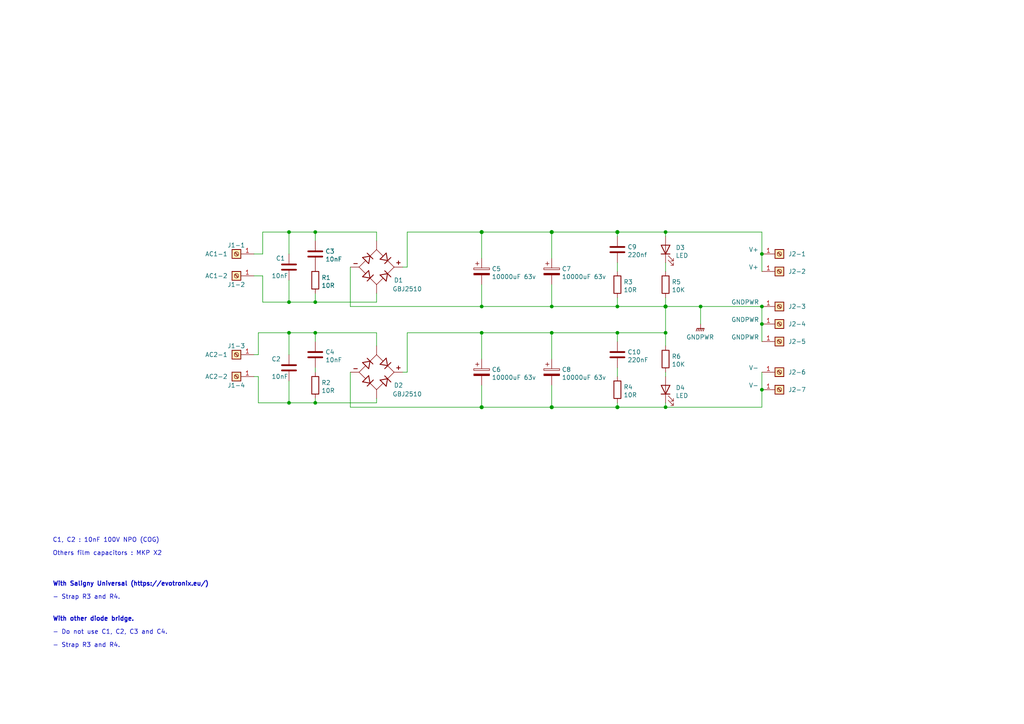
<source format=kicad_sch>
(kicad_sch (version 20231120) (generator "eeschema") (generator_version "8.0")
  (paper "A4")
  (title_block (title "Q17 Power Supply Universal") (date "2024-08-09") (rev "1.1") (company "by stef"))
  (lib_symbols
    (symbol "Bridge_GBJ:GBJ2510" (pin_numbers hide) (pin_names (offset 1.016))
      (property "Reference" "D" (at 5.08 5.08 0))
      (property "Value" "GBJ2510" (at 5.08 -7.62 0))
      (symbol "GBJ2510_0_0"
        (polyline (pts (xy -6.858 1.27) (xy -5.842 1.27)) (stroke (width 0.254)))
        (polyline (pts (xy -6.35 0.762) (xy -6.35 1.778)) (stroke (width 0.254)))
        (polyline (pts (xy -5.08 0) (xy -3.175 -1.905)) (stroke (width 0.1524)))
        (polyline (pts (xy -3.175 -1.905) (xy -2.794 -4.064)) (stroke (width 0.254)))
        (polyline (pts (xy -3.175 -1.905) (xy -1.016 -2.286)) (stroke (width 0.254)))
        (polyline (pts (xy -3.175 1.905) (xy -5.08 0)) (stroke (width 0.1524)))
        (polyline (pts (xy -3.175 1.905) (xy -2.794 4.064)) (stroke (width 0.254)))
        (polyline (pts (xy -3.175 1.905) (xy -1.016 2.286)) (stroke (width 0.254)))
        (polyline (pts (xy -2.3622 -1.0668) (xy -4.1402 -2.8448)) (stroke (width 0.254)))
        (polyline (pts (xy -2.3622 1.016) (xy -4.1402 2.794)) (stroke (width 0.254)))
        (polyline (pts (xy -1.016 -2.286) (xy -2.794 -4.064)) (stroke (width 0.254)))
        (polyline (pts (xy -1.016 2.286) (xy -2.794 4.064)) (stroke (width 0.254)))
        (polyline (pts (xy 0 -5.08) (xy -1.8034 -3.2766)) (stroke (width 0.1524)))
        (polyline (pts (xy 0 -5.08) (xy 1.905 -3.175)) (stroke (width 0.1524)))
        (polyline (pts (xy 0 5.08) (xy -1.8034 3.2766)) (stroke (width 0.1524)))
        (polyline (pts (xy 1.905 -3.175) (xy 2.286 -1.016)) (stroke (width 0.254)))
        (polyline (pts (xy 1.905 -3.175) (xy 4.064 -2.794)) (stroke (width 0.254)))
        (polyline (pts (xy 1.905 3.175) (xy 0 5.08)) (stroke (width 0.1524)))
        (polyline (pts (xy 1.905 3.175) (xy 2.286 1.016)) (stroke (width 0.254)))
        (polyline (pts (xy 1.905 3.175) (xy 4.064 2.794)) (stroke (width 0.254)))
        (polyline (pts (xy 2.7178 -4.0386) (xy 0.9398 -2.2606)) (stroke (width 0.254)))
        (polyline (pts (xy 2.7178 4.0386) (xy 1.0668 2.3876)) (stroke (width 0.254)))
        (polyline (pts (xy 3.2766 -1.8034) (xy 5.08 0)) (stroke (width 0.1524)))
        (polyline (pts (xy 4.064 -2.794) (xy 2.286 -1.016)) (stroke (width 0.254)))
        (polyline (pts (xy 4.064 2.794) (xy 2.286 1.016)) (stroke (width 0.254)))
        (polyline (pts (xy 5.08 0) (xy 3.2766 1.8034)) (stroke (width 0.1524)))
        (polyline (pts (xy 5.588 1.016) (xy 6.604 1.016)) (stroke (width 0.254)))
        (pin passive line (at -7.62 0 0) (length 2.54) (name "~") (number "1"))
        (pin passive line (at 0 7.62 270) (length 2.54) (name "~") (number "2"))
        (pin passive line (at 0 -7.62 90) (length 2.54) (name "~") (number "3"))
        (pin passive line (at 7.62 0 180) (length 2.54) (name "~") (number "4"))
      )
    )
    (symbol "Connector:Screw_Terminal_01x01" (pin_names (offset 1.016) hide)
      (property "Reference" "J" (at 0 2.54 0))
      (property "Value" "Screw_Terminal_01x01" (at 0 -2.54 0))
      (symbol "Screw_Terminal_01x01_1_1"
        (rectangle (start -1.27 1.27) (end 1.27 -1.27) (stroke (width 0.254)) (fill (type background)))
        (polyline (pts (xy -0.5334 0.3302) (xy 0.3302 -0.508)) (stroke (width 0.1524)))
        (polyline (pts (xy -0.3556 0.508) (xy 0.508 -0.3302)) (stroke (width 0.1524)))
        (circle (center 0 0) (radius 0.635) (stroke (width 0.1524)))
        (pin passive line (at -5.08 0 0) (length 3.81) (name "Pin_1") (number "1"))
      )
    )
    (symbol "Device:C" (pin_numbers hide) (pin_names (offset 0.254))
      (property "Reference" "C" (at 0.635 2.54 0))
      (property "Value" "C" (at 0.635 -2.54 0))
      (symbol "C_0_1"
        (polyline (pts (xy -2.032 -0.762) (xy 2.032 -0.762)) (stroke (width 0.508)))
        (polyline (pts (xy -2.032 0.762) (xy 2.032 0.762)) (stroke (width 0.508)))
      )
      (symbol "C_1_1"
        (pin passive line (at 0 3.81 270) (length 2.794) (name "~") (number "1"))
        (pin passive line (at 0 -3.81 90) (length 2.794) (name "~") (number "2"))
      )
    )
    (symbol "Device:C_Polarized" (pin_numbers hide) (pin_names (offset 0.254))
      (property "Reference" "C" (at 0.635 2.54 0))
      (property "Value" "C_Polarized" (at 0.635 -2.54 0))
      (symbol "C_Polarized_0_1"
        (rectangle (start -2.286 0.508) (end 2.286 1.016))
        (polyline (pts (xy -1.778 2.286) (xy -0.762 2.286)))
        (polyline (pts (xy -1.27 2.794) (xy -1.27 1.778)))
        (rectangle (start 2.286 -0.508) (end -2.286 -1.016) (fill (type outline)))
      )
      (symbol "C_Polarized_1_1"
        (pin passive line (at 0 3.81 270) (length 2.794) (name "~") (number "1"))
        (pin passive line (at 0 -3.81 90) (length 2.794) (name "~") (number "2"))
      )
    )
    (symbol "Device:LED" (pin_numbers hide) (pin_names (offset 1.016) hide)
      (property "Reference" "D" (at 0 2.54 0))
      (property "Value" "LED" (at 0 -2.54 0))
      (symbol "LED_0_1"
        (polyline (pts (xy -1.27 -1.27) (xy -1.27 1.27)) (stroke (width 0.254)))
        (polyline (pts (xy -1.27 0) (xy 1.27 0)))
        (polyline (pts (xy 1.27 -1.27) (xy 1.27 1.27) (xy -1.27 0) (xy 1.27 -1.27)) (stroke (width 0.254)))
        (polyline (pts (xy -3.048 -0.762) (xy -4.572 -2.286) (xy -3.81 -2.286) (xy -4.572 -2.286) (xy -4.572 -1.524)))
        (polyline (pts (xy -1.778 -0.762) (xy -3.302 -2.286) (xy -2.54 -2.286) (xy -3.302 -2.286) (xy -3.302 -1.524)))
      )
      (symbol "LED_1_1"
        (pin passive line (at -3.81 0 0) (length 2.54) (name "K") (number "1"))
        (pin passive line (at 3.81 0 180) (length 2.54) (name "A") (number "2"))
      )
    )
    (symbol "Device:R" (pin_numbers hide) (pin_names (offset 0))
      (property "Reference" "R" (at 2.032 0 90))
      (property "Value" "R" (at 0 0 90))
      (symbol "R_0_1"
        (rectangle (start -1.016 -2.54) (end 1.016 2.54) (stroke (width 0.254)))
      )
      (symbol "R_1_1"
        (pin passive line (at 0 3.81 270) (length 1.27) (name "~") (number "1"))
        (pin passive line (at 0 -3.81 90) (length 1.27) (name "~") (number "2"))
      )
    )
    (symbol "GBJ2510_1" (pin_numbers hide) (pin_names (offset 1.016))
      (property "Reference" "D" (at 5.08 5.08 0))
      (property "Value" "GBJ2510" (at 5.08 -7.62 0))
      (symbol "GBJ2510_1_0_0"
        (polyline (pts (xy -6.858 1.27) (xy -5.842 1.27)) (stroke (width 0.254)))
        (polyline (pts (xy -6.35 0.762) (xy -6.35 1.778)) (stroke (width 0.254)))
        (polyline (pts (xy -5.08 0) (xy -3.175 -1.905)) (stroke (width 0.1524)))
        (polyline (pts (xy -3.175 -1.905) (xy -2.794 -4.064)) (stroke (width 0.254)))
        (polyline (pts (xy -3.175 -1.905) (xy -1.016 -2.286)) (stroke (width 0.254)))
        (polyline (pts (xy -3.175 1.905) (xy -5.08 0)) (stroke (width 0.1524)))
        (polyline (pts (xy -3.175 1.905) (xy -2.794 4.064)) (stroke (width 0.254)))
        (polyline (pts (xy -3.175 1.905) (xy -1.016 2.286)) (stroke (width 0.254)))
        (polyline (pts (xy -2.3622 -1.0668) (xy -4.1402 -2.8448)) (stroke (width 0.254)))
        (polyline (pts (xy -2.3622 1.016) (xy -4.1402 2.794)) (stroke (width 0.254)))
        (polyline (pts (xy -1.016 -2.286) (xy -2.794 -4.064)) (stroke (width 0.254)))
        (polyline (pts (xy -1.016 2.286) (xy -2.794 4.064)) (stroke (width 0.254)))
        (polyline (pts (xy 0 -5.08) (xy -1.8034 -3.2766)) (stroke (width 0.1524)))
        (polyline (pts (xy 0 -5.08) (xy 1.905 -3.175)) (stroke (width 0.1524)))
        (polyline (pts (xy 0 5.08) (xy -1.8034 3.2766)) (stroke (width 0.1524)))
        (polyline (pts (xy 1.905 -3.175) (xy 2.286 -1.016)) (stroke (width 0.254)))
        (polyline (pts (xy 1.905 -3.175) (xy 4.064 -2.794)) (stroke (width 0.254)))
        (polyline (pts (xy 1.905 3.175) (xy 0 5.08)) (stroke (width 0.1524)))
        (polyline (pts (xy 1.905 3.175) (xy 2.286 1.016)) (stroke (width 0.254)))
        (polyline (pts (xy 1.905 3.175) (xy 4.064 2.794)) (stroke (width 0.254)))
        (polyline (pts (xy 2.7178 -4.0386) (xy 0.9398 -2.2606)) (stroke (width 0.254)))
        (polyline (pts (xy 2.7178 4.0386) (xy 1.0668 2.3876)) (stroke (width 0.254)))
        (polyline (pts (xy 3.2766 -1.8034) (xy 5.08 0)) (stroke (width 0.1524)))
        (polyline (pts (xy 4.064 -2.794) (xy 2.286 -1.016)) (stroke (width 0.254)))
        (polyline (pts (xy 4.064 2.794) (xy 2.286 1.016)) (stroke (width 0.254)))
        (polyline (pts (xy 5.08 0) (xy 3.2766 1.8034)) (stroke (width 0.1524)))
        (polyline (pts (xy 5.588 1.016) (xy 6.604 1.016)) (stroke (width 0.254)))
        (pin passive line (at -7.62 0 0) (length 2.54) (name "~") (number "1"))
        (pin passive line (at 0 7.62 270) (length 2.54) (name "~") (number "2"))
        (pin passive line (at 0 -7.62 90) (length 2.54) (name "~") (number "3"))
        (pin passive line (at 7.62 0 180) (length 2.54) (name "~") (number "4"))
      )
    )
    (symbol "power:GNDPWR" (power) (pin_names (offset 0))
      (property "Value" "GNDPWR" (at 0 -3.302 0))
      (symbol "GNDPWR_0_1"
        (polyline (pts (xy 0 -1.27) (xy 0 0)))
        (polyline (pts (xy -1.016 -1.27) (xy -1.27 -2.032) (xy -1.27 -2.032)) (stroke (width 0.2032)))
        (polyline (pts (xy -0.508 -1.27) (xy -0.762 -2.032) (xy -0.762 -2.032)) (stroke (width 0.2032)))
        (polyline (pts (xy 0 -1.27) (xy -0.254 -2.032) (xy -0.254 -2.032)) (stroke (width 0.2032)))
        (polyline (pts (xy 0.508 -1.27) (xy 0.254 -2.032) (xy 0.254 -2.032)) (stroke (width 0.2032)))
        (polyline (pts (xy 1.016 -1.27) (xy -1.016 -1.27) (xy -1.016 -1.27)) (stroke (width 0.2032)))
        (polyline (pts (xy 1.016 -1.27) (xy 0.762 -2.032) (xy 0.762 -2.032) (xy 0.762 -2.032)) (stroke (width 0.2032)))
      )
      (symbol "GNDPWR_1_1"
        (pin power_in line (at 0 0 270) (length 0) hide (name "GNDPWR") (number "1"))
      )
    )
  )
  (junction (at 220.98 93.98))
  (junction (at 193.04 88.9) (diameter 1.016))
  (junction (at 139.7 88.9))
  (junction (at 203.2 88.9))
  (junction (at 83.82 67.31))
  (junction (at 160.02 88.9))
  (junction (at 179.07 88.9))
  (junction (at 91.44 116.84))
  (junction (at 160.02 96.52))
  (junction (at 193.04 67.31))
  (junction (at 179.07 118.11) (diameter 1.016))
  (junction (at 139.7 96.52))
  (junction (at 220.98 88.9))
  (junction (at 83.82 87.63))
  (junction (at 160.02 118.11) (diameter 1.016))
  (junction (at 139.7 67.31) (diameter 1.016))
  (junction (at 91.44 67.31))
  (junction (at 160.02 67.31) (diameter 1.016))
  (junction (at 91.44 96.52))
  (junction (at 179.07 67.31) (diameter 1.016))
  (junction (at 139.7 118.11) (diameter 1.016))
  (junction (at 193.04 96.52))
  (junction (at 179.07 96.52))
  (junction (at 83.82 116.84))
  (junction (at 83.82 96.52))
  (junction (at 91.44 87.63))
  (junction (at 220.98 73.66))
  (junction (at 220.98 113.03))
  (junction (at 193.04 118.11))
  (wire (pts (xy 109.22 87.63) (xy 109.22 85.09)))
  (wire (pts (xy 203.2 88.9) (xy 220.98 88.9)))
  (wire (pts (xy 91.44 107.95) (xy 91.44 106.68)))
  (wire (pts (xy 179.07 96.52) (xy 179.07 99.06)))
  (wire (pts (xy 139.7 96.52) (xy 139.7 104.14)))
  (wire (pts (xy 91.44 85.09) (xy 91.44 87.63)))
  (wire (pts (xy 220.98 73.66) (xy 220.98 78.74)))
  (wire (pts (xy 179.07 67.31) (xy 179.07 68.58)))
  (wire (pts (xy 83.82 96.52) (xy 74.93 96.52)))
  (wire (pts (xy 73.66 109.22) (xy 74.93 109.22)))
  (wire (pts (xy 83.82 87.63) (xy 91.44 87.63)))
  (wire (pts (xy 91.44 87.63) (xy 109.22 87.63)))
  (wire (pts (xy 179.07 106.68) (xy 179.07 109.22)))
  (wire (pts (xy 83.82 67.31) (xy 91.44 67.31)))
  (wire (pts (xy 179.07 86.36) (xy 179.07 88.9)))
  (wire (pts (xy 220.98 113.03) (xy 220.98 118.11)))
  (wire (pts (xy 109.22 67.31) (xy 109.22 69.85)))
  (wire (pts (xy 91.44 96.52) (xy 83.82 96.52)))
  (wire (pts (xy 101.6 107.95) (xy 101.6 118.11)))
  (wire (pts (xy 83.82 110.49) (xy 83.82 116.84)))
  (wire (pts (xy 76.2 73.66) (xy 73.66 73.66)))
  (wire (pts (xy 91.44 67.31) (xy 91.44 69.85)))
  (wire (pts (xy 179.07 76.2) (xy 179.07 78.74)))
  (wire (pts (xy 91.44 67.31) (xy 109.22 67.31)))
  (wire (pts (xy 91.44 115.57) (xy 91.44 116.84)))
  (wire (pts (xy 118.11 77.47) (xy 116.84 77.47)))
  (wire (pts (xy 220.98 118.11) (xy 193.04 118.11)))
  (wire (pts (xy 73.66 80.01) (xy 76.2 80.01)))
  (wire (pts (xy 76.2 67.31) (xy 83.82 67.31)))
  (wire (pts (xy 193.04 107.95) (xy 193.04 109.22)))
  (wire (pts (xy 220.98 107.95) (xy 220.98 113.03)))
  (wire (pts (xy 193.04 76.2) (xy 193.04 78.74)))
  (wire (pts (xy 91.44 96.52) (xy 91.44 99.06)))
  (wire (pts (xy 76.2 80.01) (xy 76.2 87.63)))
  (wire (pts (xy 76.2 87.63) (xy 83.82 87.63)))
  (wire (pts (xy 193.04 67.31) (xy 193.04 68.58)))
  (wire (pts (xy 203.2 88.9) (xy 203.2 93.98)))
  (wire (pts (xy 160.02 111.76) (xy 160.02 118.11)))
  (wire (pts (xy 73.66 102.87) (xy 74.93 102.87)))
  (wire (pts (xy 118.11 96.52) (xy 139.7 96.52)))
  (wire (pts (xy 118.11 107.95) (xy 118.11 96.52)))
  (wire (pts (xy 139.7 96.52) (xy 160.02 96.52)))
  (wire (pts (xy 179.07 96.52) (xy 193.04 96.52)))
  (wire (pts (xy 193.04 88.9) (xy 203.2 88.9)))
  (wire (pts (xy 220.98 88.9) (xy 220.98 93.98)))
  (wire (pts (xy 160.02 96.52) (xy 179.07 96.52)))
  (wire (pts (xy 139.7 82.55) (xy 139.7 88.9)))
  (wire (pts (xy 91.44 116.84) (xy 109.22 116.84)))
  (wire (pts (xy 109.22 96.52) (xy 109.22 100.33)))
  (wire (pts (xy 91.44 96.52) (xy 109.22 96.52)))
  (wire (pts (xy 83.82 96.52) (xy 83.82 102.87)))
  (wire (pts (xy 118.11 67.31) (xy 139.7 67.31)))
  (wire (pts (xy 118.11 77.47) (xy 118.11 67.31)))
  (wire (pts (xy 139.7 67.31) (xy 160.02 67.31)))
  (wire (pts (xy 160.02 67.31) (xy 179.07 67.31)))
  (wire (pts (xy 118.11 107.95) (xy 116.84 107.95)))
  (wire (pts (xy 193.04 96.52) (xy 193.04 100.33)))
  (wire (pts (xy 193.04 86.36) (xy 193.04 88.9)))
  (wire (pts (xy 74.93 109.22) (xy 74.93 116.84)))
  (wire (pts (xy 74.93 116.84) (xy 83.82 116.84)))
  (wire (pts (xy 74.93 96.52) (xy 74.93 102.87)))
  (wire (pts (xy 220.98 93.98) (xy 220.98 99.06)))
  (wire (pts (xy 160.02 82.55) (xy 160.02 88.9)))
  (wire (pts (xy 139.7 67.31) (xy 139.7 74.93)))
  (wire (pts (xy 193.04 67.31) (xy 220.98 67.31)))
  (wire (pts (xy 160.02 96.52) (xy 160.02 104.14)))
  (wire (pts (xy 179.07 116.84) (xy 179.07 118.11)))
  (wire (pts (xy 139.7 111.76) (xy 139.7 118.11)))
  (wire (pts (xy 220.98 67.31) (xy 220.98 73.66)))
  (wire (pts (xy 179.07 67.31) (xy 193.04 67.31)))
  (wire (pts (xy 101.6 77.47) (xy 101.6 88.9)))
  (wire (pts (xy 101.6 88.9) (xy 139.7 88.9)))
  (wire (pts (xy 139.7 88.9) (xy 160.02 88.9)))
  (wire (pts (xy 160.02 88.9) (xy 179.07 88.9)))
  (wire (pts (xy 179.07 88.9) (xy 193.04 88.9)))
  (wire (pts (xy 83.82 81.28) (xy 83.82 87.63)))
  (wire (pts (xy 101.6 118.11) (xy 139.7 118.11)))
  (wire (pts (xy 139.7 118.11) (xy 160.02 118.11)))
  (wire (pts (xy 160.02 118.11) (xy 179.07 118.11)))
  (wire (pts (xy 179.07 118.11) (xy 193.04 118.11)))
  (wire (pts (xy 193.04 118.11) (xy 193.04 116.84)))
  (wire (pts (xy 83.82 67.31) (xy 83.82 73.66)))
  (wire (pts (xy 76.2 73.66) (xy 76.2 67.31)))
  (wire (pts (xy 193.04 88.9) (xy 193.04 96.52)))
  (wire (pts (xy 160.02 67.31) (xy 160.02 74.93)))
  (wire (pts (xy 109.22 116.84) (xy 109.22 115.57)))
  (wire (pts (xy 91.44 116.84) (xy 83.82 116.84)))
  (text "- Strap R3 and R4." (at 15.24 173.99 0) (effects (font (size 1.27 1.27)) (justify left bottom)))
  (text "With Saligny Universal (https://evotronix.eu/)" (at 15.24 170.18 0) (effects (font (size 1.27 1.27) (thickness 0.254) (bold yes)) (justify left bottom)))
  (text "With other diode bridge." (at 15.24 180.34 0) (effects (font (size 1.27 1.27) (thickness 0.254) (bold yes)) (justify left bottom)))
  (text "- Strap R3 and R4." (at 15.24 187.96 0) (effects (font (size 1.27 1.27)) (justify left bottom)))
  (text "C1, C2 : 10nF 100V NPO (COG)" (at 15.24 157.48 0) (effects (font (size 1.27 1.27)) (justify left bottom)))
  (text "- Do not use C1, C2, C3 and C4." (at 15.24 184.15 0) (effects (font (size 1.27 1.27)) (justify left bottom)))
  (text "Others film capacitors : MKP X2" (at 15.24 161.29 0) (effects (font (size 1.27 1.27)) (justify left bottom)))
  (symbol (lib_id "Connector:Screw_Terminal_01x01") (at 68.58 109.22 180) (unit 1)
    (property "Reference" "J1-4" (at 71.12 111.76 0) (effects (justify left)))
    (property "Value" "AC2-2" (at 66.04 109.22 0) (effects (justify left)))
    (property "Footprint" "Q17_Library:Faston_Connector_63849-1_TEC" (effects (hide yes)))
    (property "Datasheet" "https://www.te.com/commerce/DocumentDelivery/DDEController?Action=srchrtrv&DocNm=63824&DocType=Customer+Drawing&DocLang=English&PartCntxt=63824-1&DocFormat=pdf" (effects (hide yes)))
    (property "Part#" "TE Connectivity 63849-1" (effects (hide yes)))
    (property "Mouser" "571-638241" (effects (hide yes)))
  )
  (symbol (lib_id "Device:C_Polarized") (at 139.7 78.74 0) (unit 1)
    (property "Reference" "C5" (at 142.6211 77.9791 0) (effects (justify left)))
    (property "Value" "10000uF 63v" (at 142.6211 80.2778 0) (effects (justify left)))
    (property "Footprint" "Capacitor_THT:CP_Radial_D35.0mm_P10.00mm_SnapIn" (effects (hide yes)))
    (property "Datasheet" "https://www.we-online.com/catalog/datasheet/861020786030.pdf" (effects (hide yes)))
    (property "Part#" "861020786030" (effects (hide yes)))
    (property "Mouser" "710-861020786030" (effects (hide yes)))
  )
  (symbol (lib_id "Device:C") (at 83.82 77.47 0) (unit 1)
    (property "Reference" "C1" (at 80.01 74.93 0) (effects (justify left)))
    (property "Value" "10nF" (at 78.74 80.01 0) (effects (justify left)))
    (property "Footprint" "Capacitor_THT:C_Disc_D6.0mm_W4.4mm_P5.00mm" (effects (hide yes)))
    (property "Datasheet" "https://product.tdk.com/system/files/dam/doc/product/capacitor/ceramic/lead-mlcc/catalog/leadmlcc_halogenfree_fg_en.pdf?ref_disty=mouser" (effects (hide yes)))
    (property "Part#" "FG28C0G2A103JRT06" (effects (hide yes)))
    (property "Mouser" "810-FG28C0G2A103JRT6" (effects (hide yes)))
  )
  (symbol (lib_id "Connector:Screw_Terminal_01x01") (at 226.06 88.9 0) (unit 1)
    (property "Reference" "J2-3" (at 228.6 88.9 0) (effects (justify left)))
    (property "Value" "GNDPWR" (at 212.09 87.63 0) (effects (justify left)))
    (property "Footprint" "Q17_Library:Faston_Connector_63849-1_TEC" (effects (hide yes)))
    (property "Datasheet" "https://www.te.com/commerce/DocumentDelivery/DDEController?Action=srchrtrv&DocNm=63824&DocType=Customer+Drawing&DocLang=English&PartCntxt=63824-1&DocFormat=pdf" (effects (hide yes)))
    (property "Part#" "TE Connectivity 63849-1" (effects (hide yes)))
    (property "Mouser" "571-638241" (effects (hide yes)))
  )
  (symbol (lib_id "Connector:Screw_Terminal_01x01") (at 226.06 78.74 0) (unit 1)
    (property "Reference" "J2-2" (at 228.6 78.74 0) (effects (justify left)))
    (property "Value" "V+" (at 217.17 77.47 0) (effects (justify left)))
    (property "Footprint" "Q17_Library:Faston_Connector_63849-1_TEC" (effects (hide yes)))
    (property "Datasheet" "https://www.te.com/commerce/DocumentDelivery/DDEController?Action=srchrtrv&DocNm=63824&DocType=Customer+Drawing&DocLang=English&PartCntxt=63824-1&DocFormat=pdf" (effects (hide yes)))
    (property "Part#" "TE Connectivity 63849-1" (effects (hide yes)))
    (property "Mouser" "571-638241" (effects (hide yes)))
  )
  (symbol (lib_id "Device:C") (at 83.82 106.68 0) (unit 1)
    (property "Reference" "C2" (at 78.74 104.14 0) (effects (justify left)))
    (property "Value" "10nF" (at 78.74 109.22 0) (effects (justify left)))
    (property "Footprint" "Capacitor_THT:C_Disc_D6.0mm_W4.4mm_P5.00mm" (effects (hide yes)))
    (property "Datasheet" "https://product.tdk.com/system/files/dam/doc/product/capacitor/ceramic/lead-mlcc/catalog/leadmlcc_halogenfree_fg_en.pdf?ref_disty=mouser" (effects (hide yes)))
    (property "Part#" "FG28C0G2A103JRT06" (effects (hide yes)))
    (property "Mouser" "810-FG28C0G2A103JRT6" (effects (hide yes)))
  )
  (symbol (lib_id "Device:R") (at 193.04 104.14 0) (unit 1)
    (property "Reference" "R6" (at 194.8181 103.3791 0) (effects (justify left)))
    (property "Value" "10K" (at 194.8181 105.6778 0) (effects (justify left)))
    (property "Footprint" "Resistor_THT:R_Axial_DIN0207_L6.3mm_D2.5mm_P10.16mm_Horizontal" (effects (hide yes)))
    (property "Datasheet" "https://www.vishay.com/doc?28729" (effects (hide yes)))
    (property "Part#" "PR01000101002JR500" (effects (hide yes)))
    (property "Mouser" "594-5073NW10K00J" (effects (hide yes)))
  )
  (symbol (lib_id "Device:R") (at 179.07 82.55 0) (unit 1)
    (property "Reference" "R3" (at 180.8481 81.7891 0) (effects (justify left)))
    (property "Value" "10R" (at 180.8481 84.0878 0) (effects (justify left)))
    (property "Footprint" "Resistor_THT:R_Axial_DIN0207_L6.3mm_D2.5mm_P10.16mm_Horizontal" (effects (hide yes)))
    (property "Datasheet" "https://www.vishay.com/doc?28724" (effects (hide yes)))
    (property "Part#" "MRS25000C1009FRP00" (effects (hide yes)))
    (property "Mouser" "594-MRS25000C1009FRP" (effects (hide yes)))
  )
  (symbol (lib_id "Connector:Screw_Terminal_01x01") (at 226.06 99.06 0) (unit 1)
    (property "Reference" "J2-5" (at 228.6 99.06 0) (effects (justify left)))
    (property "Value" "GNDPWR" (at 212.09 97.79 0) (effects (justify left)))
    (property "Footprint" "Q17_Library:Faston_Connector_63849-1_TEC" (effects (hide yes)))
    (property "Datasheet" "https://www.te.com/commerce/DocumentDelivery/DDEController?Action=srchrtrv&DocNm=63824&DocType=Customer+Drawing&DocLang=English&PartCntxt=63824-1&DocFormat=pdf" (effects (hide yes)))
    (property "Part#" "TE Connectivity 63849-1" (effects (hide yes)))
    (property "Mouser" "571-638241" (effects (hide yes)))
  )
  (symbol (lib_id "Device:R") (at 91.44 111.76 0) (unit 1)
    (property "Reference" "R2" (at 93.2181 110.9991 0) (effects (justify left)))
    (property "Value" "10R" (at 93.2181 113.2978 0) (effects (justify left)))
    (property "Footprint" "Resistor_THT:R_Axial_DIN0207_L6.3mm_D2.5mm_P10.16mm_Horizontal" (effects (hide yes)))
    (property "Datasheet" "https://www.vishay.com/doc?28724" (effects (hide yes)))
    (property "Part#" "MRS25000C1009FRP00" (effects (hide yes)))
    (property "Mouser" "594-MRS25000C1009FRP" (effects (hide yes)))
  )
  (symbol (lib_id "Connector:Screw_Terminal_01x01") (at 226.06 107.95 0) (unit 1)
    (property "Reference" "J2-6" (at 228.6 107.95 0) (effects (justify left)))
    (property "Value" "V-" (at 217.17 106.68 0) (effects (justify left)))
    (property "Footprint" "Q17_Library:Faston_Connector_63849-1_TEC" (effects (hide yes)))
    (property "Datasheet" "https://www.te.com/commerce/DocumentDelivery/DDEController?Action=srchrtrv&DocNm=63824&DocType=Customer+Drawing&DocLang=English&PartCntxt=63824-1&DocFormat=pdf" (effects (hide yes)))
    (property "Part#" "TE Connectivity 63849-1" (effects (hide yes)))
    (property "Mouser" "571-638241" (effects (hide yes)))
  )
  (symbol (lib_id "Device:LED") (at 193.04 113.03 90) (unit 1)
    (property "Reference" "D4" (at 195.9611 112.4596 90) (effects (justify right)))
    (property "Value" "LED" (at 195.9611 114.7583 90) (effects (justify right)))
    (property "Footprint" "LED_THT:LED_D5.0mm" (effects (hide yes)))
    (property "Datasheet" "https://www.vishay.com/doc?83012" (effects (hide yes)))
    (property "Part#" "TLHR5400" (effects (hide yes)))
    (property "Mouser" "78-TLHR5400" (effects (hide yes)))
  )
  (symbol (lib_id "Device:C_Polarized") (at 160.02 107.95 0) (unit 1)
    (property "Reference" "C8" (at 162.9411 107.1891 0) (effects (justify left)))
    (property "Value" "10000uF 63v" (at 162.9411 109.4878 0) (effects (justify left)))
    (property "Footprint" "Capacitor_THT:CP_Radial_D35.0mm_P10.00mm_SnapIn" (effects (hide yes)))
    (property "Datasheet" "https://www.we-online.com/catalog/datasheet/861020786030.pdf" (effects (hide yes)))
    (property "Part#" "861020786030" (effects (hide yes)))
    (property "Mouser" "710-861020786030" (effects (hide yes)))
  )
  (symbol (lib_id "Connector:Screw_Terminal_01x01") (at 68.58 102.87 180) (unit 1)
    (property "Reference" "J1-3" (at 71.12 100.33 0) (effects (justify left)))
    (property "Value" "AC2-1" (at 66.04 102.87 0) (effects (justify left)))
    (property "Footprint" "Q17_Library:Faston_Connector_63849-1_TEC" (effects (hide yes)))
    (property "Datasheet" "https://www.te.com/commerce/DocumentDelivery/DDEController?Action=srchrtrv&DocNm=63824&DocType=Customer+Drawing&DocLang=English&PartCntxt=63824-1&DocFormat=pdf" (effects (hide yes)))
    (property "Part#" "TE Connectivity 63849-1" (effects (hide yes)))
    (property "Mouser" "571-638241" (effects (hide yes)))
  )
  (symbol (lib_id "Connector:Screw_Terminal_01x01") (at 226.06 113.03 0) (unit 1)
    (property "Reference" "J2-7" (at 228.6 113.03 0) (effects (justify left)))
    (property "Value" "V-" (at 217.17 111.76 0) (effects (justify left)))
    (property "Footprint" "Q17_Library:Faston_Connector_63849-1_TEC" (effects (hide yes)))
    (property "Datasheet" "https://www.te.com/commerce/DocumentDelivery/DDEController?Action=srchrtrv&DocNm=63824&DocType=Customer+Drawing&DocLang=English&PartCntxt=63824-1&DocFormat=pdf" (effects (hide yes)))
    (property "Part#" "TE Connectivity 63849-1" (effects (hide yes)))
    (property "Mouser" "571-638241" (effects (hide yes)))
  )
  (symbol (lib_id "Device:C_Polarized") (at 139.7 107.95 0) (unit 1)
    (property "Reference" "C6" (at 142.6211 107.1891 0) (effects (justify left)))
    (property "Value" "10000uF 63v" (at 142.6211 109.4878 0) (effects (justify left)))
    (property "Footprint" "Capacitor_THT:CP_Radial_D35.0mm_P10.00mm_SnapIn" (effects (hide yes)))
    (property "Datasheet" "https://www.we-online.com/catalog/datasheet/861020786030.pdf" (effects (hide yes)))
    (property "Part#" "861020786030" (effects (hide yes)))
    (property "Mouser" "710-861020786030" (effects (hide yes)))
  )
  (symbol (lib_id "Device:C_Polarized") (at 160.02 78.74 0) (unit 1)
    (property "Reference" "C7" (at 162.9411 77.9791 0) (effects (justify left)))
    (property "Value" "10000uF 63v" (at 162.9411 80.2778 0) (effects (justify left)))
    (property "Footprint" "Capacitor_THT:CP_Radial_D35.0mm_P10.00mm_SnapIn" (effects (hide yes)))
    (property "Datasheet" "https://www.we-online.com/catalog/datasheet/861020786030.pdf" (effects (hide yes)))
    (property "Part#" "861020786030" (effects (hide yes)))
    (property "Mouser" "710-861020786030" (effects (hide yes)))
  )
  (symbol (lib_id "Device:R") (at 91.44 81.28 0) (unit 1)
    (property "Reference" "R1" (at 93.2181 80.5191 0) (effects (justify left)))
    (property "Value" "10R" (at 93.2181 82.8178 0) (effects (justify left)))
    (property "Footprint" "Resistor_THT:R_Axial_DIN0207_L6.3mm_D2.5mm_P10.16mm_Horizontal" (effects (hide yes)))
    (property "Datasheet" "https://www.vishay.com/doc?28724" (effects (hide yes)))
    (property "Part#" "MRS25000C1009FRP00" (effects (hide yes)))
    (property "Mouser" "594-MRS25000C1009FRP" (effects (hide yes)))
  )
  (symbol (lib_id "Device:C") (at 91.44 73.66 0) (unit 1)
    (property "Reference" "C3" (at 94.3611 72.8991 0) (effects (justify left)))
    (property "Value" "10nF" (at 94.3611 75.1978 0) (effects (justify left)))
    (property "Footprint" "Capacitor_THT:C_Rect_L13.0mm_W5.0mm_P10.00mm_FKS3_FKP3_MKS4" (effects (hide yes)))
    (property "Datasheet" "https://www.mouser.fr/datasheet/2/88/MPX-2944692.pdf" (effects (hide yes)))
    (property "Part#" "MPX103K305D" (effects (hide yes)))
    (property "Mouser" "598-MPX103K305D" (effects (hide yes)))
  )
  (symbol (lib_id "Bridge_GBJ:GBJ2510") (at 109.22 77.47 0) (mirror y) (unit 1)
    (property "Reference" "D1" (at 115.57 81.28 0))
    (property "Value" "GBJ2510" (at 118.11 83.82 0))
    (property "Footprint" "Q17_Library:DIOB_GBJ2510" (effects (hide yes)))
    (property "Datasheet" "https://www.vishay.com/doc?88646" (effects (hide yes)))
    (property "Part#" "GSIB2580-E3/45" (effects (hide yes)))
    (property "Mouser" "625-GSIB2580-E3" (effects (hide yes)))
  )
  (symbol (lib_id "Device:C") (at 91.44 102.87 0) (unit 1)
    (property "Reference" "C4" (at 94.3611 102.1091 0) (effects (justify left)))
    (property "Value" "10nF" (at 94.3611 104.4078 0) (effects (justify left)))
    (property "Footprint" "Capacitor_THT:C_Rect_L13.0mm_W5.0mm_P10.00mm_FKS3_FKP3_MKS4" (effects (hide yes)))
    (property "Datasheet" "https://www.mouser.fr/datasheet/2/88/MPX-2944692.pdf" (effects (hide yes)))
    (property "Part#" "MPX103K305D" (effects (hide yes)))
    (property "Mouser" "598-MPX103K305D" (effects (hide yes)))
  )
  (symbol (lib_id "power:GNDPWR") (at 203.2 93.98 0) (unit 1)
    (property "Reference" "#PWR01" (effects (hide yes)))
    (property "Value" "GNDPWR" (at 203.073 97.79 0))
  )
  (symbol (lib_id "Device:C") (at 179.07 102.87 0) (unit 1)
    (property "Reference" "C10" (at 181.9911 102.1091 0) (effects (justify left)))
    (property "Value" "220nF" (at 181.9911 104.4078 0) (effects (justify left)))
    (property "Footprint" "Q17_Library:C_Rect_Q17_PSU_L26.50_H11.00_P20.50" (effects (hide yes)))
    (property "Datasheet" "https://www.mouser.fr/datasheet/2/88/MPX-2944692.pdf" (effects (hide yes)))
    (property "Part#" "MPX224K305E" (effects (hide yes)))
    (property "Mouser" "598-MPX224K305E" (effects (hide yes)))
  )
  (symbol (lib_id "Device:C") (at 179.07 72.39 0) (unit 1)
    (property "Reference" "C9" (at 181.9911 71.6291 0) (effects (justify left)))
    (property "Value" "220nf" (at 181.9911 73.9278 0) (effects (justify left)))
    (property "Footprint" "Q17_Library:C_Rect_Q17_PSU_L26.50_H11.00_P20.50" (effects (hide yes)))
    (property "Datasheet" "https://www.mouser.fr/datasheet/2/88/MPX-2944692.pdf" (effects (hide yes)))
    (property "Part#" "MPX224K305E" (effects (hide yes)))
    (property "Mouser" "598-MPX224K305E" (effects (hide yes)))
  )
  (symbol (lib_id "Connector:Screw_Terminal_01x01") (at 226.06 73.66 0) (unit 1)
    (property "Reference" "J2-1" (at 228.6 73.66 0) (effects (justify left)))
    (property "Value" "V+" (at 217.17 72.39 0) (effects (justify left)))
    (property "Footprint" "Q17_Library:Faston_Connector_63849-1_TEC" (effects (hide yes)))
    (property "Datasheet" "https://www.te.com/commerce/DocumentDelivery/DDEController?Action=srchrtrv&DocNm=63824&DocType=Customer+Drawing&DocLang=English&PartCntxt=63824-1&DocFormat=pdf" (effects (hide yes)))
    (property "Part#" "TE Connectivity 63849-1" (effects (hide yes)))
    (property "Mouser" "571-638241" (effects (hide yes)))
  )
  (symbol (lib_id "Device:R") (at 179.07 113.03 0) (unit 1)
    (property "Reference" "R4" (at 180.8481 112.2691 0) (effects (justify left)))
    (property "Value" "10R" (at 180.8481 114.5678 0) (effects (justify left)))
    (property "Footprint" "Resistor_THT:R_Axial_DIN0207_L6.3mm_D2.5mm_P10.16mm_Horizontal" (effects (hide yes)))
    (property "Datasheet" "https://www.vishay.com/doc?28724" (effects (hide yes)))
    (property "Part#" "MRS25000C1009FRP00" (effects (hide yes)))
    (property "Mouser" "594-MRS25000C1009FRP" (effects (hide yes)))
  )
  (symbol (lib_id "Connector:Screw_Terminal_01x01") (at 68.58 73.66 180) (unit 1)
    (property "Reference" "J1-1" (at 71.12 71.12 0) (effects (justify left)))
    (property "Value" "AC1-1" (at 66.04 73.66 0) (effects (justify left)))
    (property "Footprint" "Q17_Library:Faston_Connector_63849-1_TEC" (effects (hide yes)))
    (property "Datasheet" "https://www.te.com/commerce/DocumentDelivery/DDEController?Action=srchrtrv&DocNm=63824&DocType=Customer+Drawing&DocLang=English&PartCntxt=63824-1&DocFormat=pdf" (effects (hide yes)))
    (property "Part#" "TE Connectivity 63849-1" (effects (hide yes)))
    (property "Mouser" "571-638241" (effects (hide yes)))
  )
  (symbol (lib_id "Device:R") (at 193.04 82.55 0) (unit 1)
    (property "Reference" "R5" (at 194.8181 81.7891 0) (effects (justify left)))
    (property "Value" "10K" (at 194.8181 84.0878 0) (effects (justify left)))
    (property "Footprint" "Resistor_THT:R_Axial_DIN0207_L6.3mm_D2.5mm_P10.16mm_Horizontal" (effects (hide yes)))
    (property "Datasheet" "https://www.vishay.com/doc?28729" (effects (hide yes)))
    (property "Part#" "PR01000101002JR500" (effects (hide yes)))
    (property "Mouser" "594-5073NW10K00J" (effects (hide yes)))
  )
  (symbol (lib_id "Device:LED") (at 193.04 72.39 90) (unit 1)
    (property "Reference" "D3" (at 195.9611 71.8196 90) (effects (justify right)))
    (property "Value" "LED" (at 195.9611 74.1183 90) (effects (justify right)))
    (property "Footprint" "LED_THT:LED_D5.0mm" (effects (hide yes)))
    (property "Datasheet" "https://www.vishay.com/doc?83012" (effects (hide yes)))
    (property "Part#" "TLHR5400" (effects (hide yes)))
    (property "Mouser" "78-TLHR5400" (effects (hide yes)))
  )
  (symbol (lib_name "GBJ2510_1") (lib_id "Bridge_GBJ:GBJ2510") (at 109.22 107.95 0) (mirror y) (unit 1)
    (property "Reference" "D2" (at 115.57 111.76 0))
    (property "Value" "GBJ2510" (at 118.11 114.3 0))
    (property "Footprint" "Q17_Library:DIOB_GBJ2510" (effects (hide yes)))
    (property "Datasheet" "https://www.vishay.com/doc?88646" (effects (hide yes)))
    (property "Part#" "GSIB2580-E3/45" (effects (hide yes)))
    (property "Mouser" "625-GSIB2580-E3" (effects (hide yes)))
  )
  (symbol (lib_id "Connector:Screw_Terminal_01x01") (at 68.58 80.01 180) (unit 1)
    (property "Reference" "J1-2" (at 71.12 82.55 0) (effects (justify left)))
    (property "Value" "AC1-2" (at 66.04 80.01 0) (effects (justify left)))
    (property "Footprint" "Q17_Library:Faston_Connector_63849-1_TEC" (effects (hide yes)))
    (property "Datasheet" "https://www.te.com/commerce/DocumentDelivery/DDEController?Action=srchrtrv&DocNm=63824&DocType=Customer+Drawing&DocLang=English&PartCntxt=63824-1&DocFormat=pdf" (effects (hide yes)))
    (property "Part#" "TE Connectivity 63849-1" (effects (hide yes)))
    (property "Mouser" "571-638241" (effects (hide yes)))
  )
  (symbol (lib_id "Connector:Screw_Terminal_01x01") (at 226.06 93.98 0) (unit 1)
    (property "Reference" "J2-4" (at 228.6 93.98 0) (effects (justify left)))
    (property "Value" "GNDPWR" (at 212.09 92.71 0) (effects (justify left)))
    (property "Footprint" "Q17_Library:Faston_Connector_63849-1_TEC" (effects (hide yes)))
    (property "Datasheet" "https://www.te.com/commerce/DocumentDelivery/DDEController?Action=srchrtrv&DocNm=63824&DocType=Customer+Drawing&DocLang=English&PartCntxt=63824-1&DocFormat=pdf" (effects (hide yes)))
    (property "Part#" "TE Connectivity 63849-1" (effects (hide yes)))
    (property "Mouser" "571-638241" (effects (hide yes)))
  )
)
</source>
